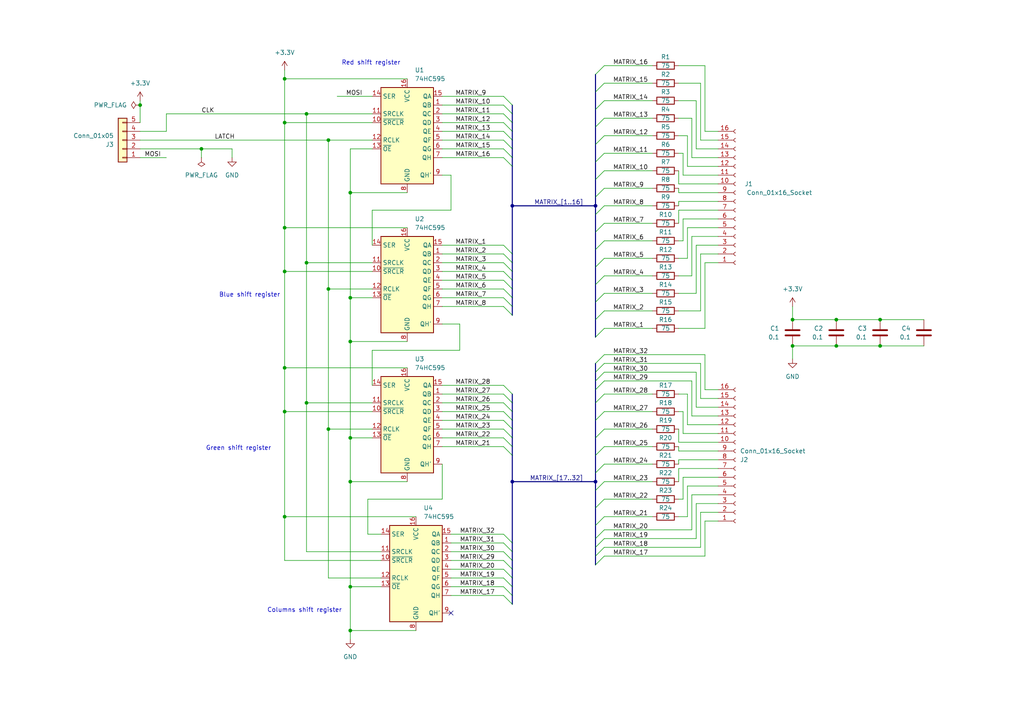
<source format=kicad_sch>
(kicad_sch (version 20231120) (generator "eeschema") (generator_version "8.0")
  (paper "A4")
  (title_block (title "RGB Matrix Board") (date "2023-12-02") (rev "v1.0") (company "Max Hosking"))
  (lib_symbols
    (symbol "74xx:74HC595"
      (property "Reference" "U" (at -7.62 13.97 0))
      (property "Value" "74HC595" (at -7.62 -16.51 0))
      (symbol "74HC595_1_0"
        (pin tri_state line (at 10.16 7.62 180) (length 2.54) (name "QB") (number "1"))
        (pin input line (at -10.16 2.54 0) (length 2.54) (name "~{SRCLR}") (number "10"))
        (pin input line (at -10.16 5.08 0) (length 2.54) (name "SRCLK") (number "11"))
        (pin input line (at -10.16 -2.54 0) (length 2.54) (name "RCLK") (number "12"))
        (pin input line (at -10.16 -5.08 0) (length 2.54) (name "~{OE}") (number "13"))
        (pin input line (at -10.16 10.16 0) (length 2.54) (name "SER") (number "14"))
        (pin tri_state line (at 10.16 10.16 180) (length 2.54) (name "QA") (number "15"))
        (pin power_in line (at 0 15.24 270) (length 2.54) (name "VCC") (number "16"))
        (pin tri_state line (at 10.16 5.08 180) (length 2.54) (name "QC") (number "2"))
        (pin tri_state line (at 10.16 2.54 180) (length 2.54) (name "QD") (number "3"))
        (pin tri_state line (at 10.16 0 180) (length 2.54) (name "QE") (number "4"))
        (pin tri_state line (at 10.16 -2.54 180) (length 2.54) (name "QF") (number "5"))
        (pin tri_state line (at 10.16 -5.08 180) (length 2.54) (name "QG") (number "6"))
        (pin tri_state line (at 10.16 -7.62 180) (length 2.54) (name "QH") (number "7"))
        (pin power_in line (at 0 -17.78 90) (length 2.54) (name "GND") (number "8"))
        (pin output line (at 10.16 -12.7 180) (length 2.54) (name "QH'") (number "9"))
      )
      (symbol "74HC595_1_1"
        (rectangle (start -7.62 12.7) (end 7.62 -15.24) (stroke (width 0.254)) (fill (type background)))
      )
    )
    (symbol "Connector:Conn_01x16_Socket" (pin_names (offset 1.016) hide)
      (property "Reference" "J" (at 0 20.32 0))
      (property "Value" "Conn_01x16_Socket" (at 0 -22.86 0))
      (symbol "Conn_01x16_Socket_1_1"
        (arc (start 0 -19.812) (mid -0.5058 -20.32) (end 0 -20.828) (stroke (width 0.1524)))
        (arc (start 0 -17.272) (mid -0.5058 -17.78) (end 0 -18.288) (stroke (width 0.1524)))
        (arc (start 0 -14.732) (mid -0.5058 -15.24) (end 0 -15.748) (stroke (width 0.1524)))
        (arc (start 0 -12.192) (mid -0.5058 -12.7) (end 0 -13.208) (stroke (width 0.1524)))
        (arc (start 0 -9.652) (mid -0.5058 -10.16) (end 0 -10.668) (stroke (width 0.1524)))
        (arc (start 0 -7.112) (mid -0.5058 -7.62) (end 0 -8.128) (stroke (width 0.1524)))
        (arc (start 0 -4.572) (mid -0.5058 -5.08) (end 0 -5.588) (stroke (width 0.1524)))
        (arc (start 0 -2.032) (mid -0.5058 -2.54) (end 0 -3.048) (stroke (width 0.1524)))
        (polyline (pts (xy -1.27 -20.32) (xy -0.508 -20.32)) (stroke (width 0.1524)))
        (polyline (pts (xy -1.27 -17.78) (xy -0.508 -17.78)) (stroke (width 0.1524)))
        (polyline (pts (xy -1.27 -15.24) (xy -0.508 -15.24)) (stroke (width 0.1524)))
        (polyline (pts (xy -1.27 -12.7) (xy -0.508 -12.7)) (stroke (width 0.1524)))
        (polyline (pts (xy -1.27 -10.16) (xy -0.508 -10.16)) (stroke (width 0.1524)))
        (polyline (pts (xy -1.27 -7.62) (xy -0.508 -7.62)) (stroke (width 0.1524)))
        (polyline (pts (xy -1.27 -5.08) (xy -0.508 -5.08)) (stroke (width 0.1524)))
        (polyline (pts (xy -1.27 -2.54) (xy -0.508 -2.54)) (stroke (width 0.1524)))
        (polyline (pts (xy -1.27 0) (xy -0.508 0)) (stroke (width 0.1524)))
        (polyline (pts (xy -1.27 2.54) (xy -0.508 2.54)) (stroke (width 0.1524)))
        (polyline (pts (xy -1.27 5.08) (xy -0.508 5.08)) (stroke (width 0.1524)))
        (polyline (pts (xy -1.27 7.62) (xy -0.508 7.62)) (stroke (width 0.1524)))
        (polyline (pts (xy -1.27 10.16) (xy -0.508 10.16)) (stroke (width 0.1524)))
        (polyline (pts (xy -1.27 12.7) (xy -0.508 12.7)) (stroke (width 0.1524)))
        (polyline (pts (xy -1.27 15.24) (xy -0.508 15.24)) (stroke (width 0.1524)))
        (polyline (pts (xy -1.27 17.78) (xy -0.508 17.78)) (stroke (width 0.1524)))
        (arc (start 0 0.508) (mid -0.5058 0) (end 0 -0.508) (stroke (width 0.1524)))
        (arc (start 0 3.048) (mid -0.5058 2.54) (end 0 2.032) (stroke (width 0.1524)))
        (arc (start 0 5.588) (mid -0.5058 5.08) (end 0 4.572) (stroke (width 0.1524)))
        (arc (start 0 8.128) (mid -0.5058 7.62) (end 0 7.112) (stroke (width 0.1524)))
        (arc (start 0 10.668) (mid -0.5058 10.16) (end 0 9.652) (stroke (width 0.1524)))
        (arc (start 0 13.208) (mid -0.5058 12.7) (end 0 12.192) (stroke (width 0.1524)))
        (arc (start 0 15.748) (mid -0.5058 15.24) (end 0 14.732) (stroke (width 0.1524)))
        (arc (start 0 18.288) (mid -0.5058 17.78) (end 0 17.272) (stroke (width 0.1524)))
        (pin passive line (at -5.08 17.78 0) (length 3.81) (name "Pin_1") (number "1"))
        (pin passive line (at -5.08 -5.08 0) (length 3.81) (name "Pin_10") (number "10"))
        (pin passive line (at -5.08 -7.62 0) (length 3.81) (name "Pin_11") (number "11"))
        (pin passive line (at -5.08 -10.16 0) (length 3.81) (name "Pin_12") (number "12"))
        (pin passive line (at -5.08 -12.7 0) (length 3.81) (name "Pin_13") (number "13"))
        (pin passive line (at -5.08 -15.24 0) (length 3.81) (name "Pin_14") (number "14"))
        (pin passive line (at -5.08 -17.78 0) (length 3.81) (name "Pin_15") (number "15"))
        (pin passive line (at -5.08 -20.32 0) (length 3.81) (name "Pin_16") (number "16"))
        (pin passive line (at -5.08 15.24 0) (length 3.81) (name "Pin_2") (number "2"))
        (pin passive line (at -5.08 12.7 0) (length 3.81) (name "Pin_3") (number "3"))
        (pin passive line (at -5.08 10.16 0) (length 3.81) (name "Pin_4") (number "4"))
        (pin passive line (at -5.08 7.62 0) (length 3.81) (name "Pin_5") (number "5"))
        (pin passive line (at -5.08 5.08 0) (length 3.81) (name "Pin_6") (number "6"))
        (pin passive line (at -5.08 2.54 0) (length 3.81) (name "Pin_7") (number "7"))
        (pin passive line (at -5.08 0 0) (length 3.81) (name "Pin_8") (number "8"))
        (pin passive line (at -5.08 -2.54 0) (length 3.81) (name "Pin_9") (number "9"))
      )
    )
    (symbol "Connector_Generic:Conn_01x05" (pin_names (offset 1.016) hide)
      (property "Reference" "J" (at 0 7.62 0))
      (property "Value" "Conn_01x05" (at 0 -7.62 0))
      (symbol "Conn_01x05_1_1"
        (rectangle (start -1.27 -4.953) (end 0 -5.207) (stroke (width 0.1524)))
        (rectangle (start -1.27 -2.413) (end 0 -2.667) (stroke (width 0.1524)))
        (rectangle (start -1.27 0.127) (end 0 -0.127) (stroke (width 0.1524)))
        (rectangle (start -1.27 2.667) (end 0 2.413) (stroke (width 0.1524)))
        (rectangle (start -1.27 5.207) (end 0 4.953) (stroke (width 0.1524)))
        (rectangle (start -1.27 6.35) (end 1.27 -6.35) (stroke (width 0.254)) (fill (type background)))
        (pin passive line (at -5.08 5.08 0) (length 3.81) (name "Pin_1") (number "1"))
        (pin passive line (at -5.08 2.54 0) (length 3.81) (name "Pin_2") (number "2"))
        (pin passive line (at -5.08 0 0) (length 3.81) (name "Pin_3") (number "3"))
        (pin passive line (at -5.08 -2.54 0) (length 3.81) (name "Pin_4") (number "4"))
        (pin passive line (at -5.08 -5.08 0) (length 3.81) (name "Pin_5") (number "5"))
      )
    )
    (symbol "Device:C" (pin_numbers hide) (pin_names (offset 0.254))
      (property "Reference" "C" (at 0.635 2.54 0))
      (property "Value" "C" (at 0.635 -2.54 0))
      (symbol "C_0_1"
        (polyline (pts (xy -2.032 -0.762) (xy 2.032 -0.762)) (stroke (width 0.508)))
        (polyline (pts (xy -2.032 0.762) (xy 2.032 0.762)) (stroke (width 0.508)))
      )
      (symbol "C_1_1"
        (pin passive line (at 0 3.81 270) (length 2.794) (name "~") (number "1"))
        (pin passive line (at 0 -3.81 90) (length 2.794) (name "~") (number "2"))
      )
    )
    (symbol "Device:R" (pin_numbers hide) (pin_names (offset 0))
      (property "Reference" "R" (at 2.032 0 90))
      (property "Value" "R" (at 0 0 90))
      (symbol "R_0_1"
        (rectangle (start -1.016 -2.54) (end 1.016 2.54) (stroke (width 0.254)))
      )
      (symbol "R_1_1"
        (pin passive line (at 0 3.81 270) (length 1.27) (name "~") (number "1"))
        (pin passive line (at 0 -3.81 90) (length 1.27) (name "~") (number "2"))
      )
    )
    (symbol "power:+3.3V" (power) (pin_names (offset 0))
      (property "Value" "+3.3V" (at 0 3.556 0))
      (symbol "+3.3V_0_1"
        (polyline (pts (xy -0.762 1.27) (xy 0 2.54)))
        (polyline (pts (xy 0 0) (xy 0 2.54)))
        (polyline (pts (xy 0 2.54) (xy 0.762 1.27)))
      )
      (symbol "+3.3V_1_1"
        (pin power_in line (at 0 0 90) (length 0) hide (name "+3.3V") (number "1"))
      )
    )
    (symbol "power:GND" (power) (pin_names (offset 0))
      (property "Value" "GND" (at 0 -3.81 0))
      (symbol "GND_0_1"
        (polyline (pts (xy 0 0) (xy 0 -1.27) (xy 1.27 -1.27) (xy 0 -2.54) (xy -1.27 -1.27) (xy 0 -1.27)))
      )
      (symbol "GND_1_1"
        (pin power_in line (at 0 0 270) (length 0) hide (name "GND") (number "1"))
      )
    )
    (symbol "power:PWR_FLAG" (power) (pin_numbers hide) (pin_names (offset 0) hide)
      (property "Value" "PWR_FLAG" (at 0 3.81 0))
      (symbol "PWR_FLAG_0_0"
        (pin power_out line (at 0 0 90) (length 0) (name "pwr") (number "1"))
      )
      (symbol "PWR_FLAG_0_1"
        (polyline (pts (xy 0 0) (xy 0 1.27) (xy -1.016 1.905) (xy 0 2.54) (xy 1.016 1.905) (xy 0 1.27)))
      )
    )
  )
  (junction (at 229.87 100.33))
  (junction (at 255.27 100.33))
  (junction (at 101.6 139.7))
  (junction (at 242.57 100.33))
  (junction (at 82.55 66.04))
  (junction (at 82.55 78.74))
  (junction (at 88.9 33.02))
  (junction (at 101.6 127))
  (junction (at 95.25 124.46))
  (junction (at 95.25 83.82))
  (junction (at 40.64 30.48))
  (junction (at 82.55 35.56))
  (junction (at 172.72 139.7))
  (junction (at 82.55 149.86))
  (junction (at 101.6 170.18))
  (junction (at 82.55 119.38))
  (junction (at 82.55 22.86))
  (junction (at 95.25 40.64))
  (junction (at 172.72 59.69))
  (junction (at 255.27 92.71))
  (junction (at 148.59 139.7))
  (junction (at 148.59 59.69))
  (junction (at 101.6 99.06))
  (junction (at 88.9 116.84))
  (junction (at 82.55 106.68))
  (junction (at 58.42 43.18))
  (junction (at 101.6 55.88))
  (junction (at 101.6 182.88))
  (junction (at 242.57 92.71))
  (junction (at 101.6 86.36))
  (junction (at 88.9 76.2))
  (junction (at 229.87 92.71))
  (no_connect (at 130.81 177.8))
  (bus_entry (at 172.72 87.63) (size 2.54 -2.54))
  (bus_entry (at 146.05 81.28) (size 2.54 2.54))
  (bus_entry (at 172.72 132.08) (size 2.54 -2.54))
  (bus_entry (at 146.05 121.92) (size 2.54 2.54))
  (bus_entry (at 172.72 92.71) (size 2.54 -2.54))
  (bus_entry (at 146.05 33.02) (size 2.54 2.54))
  (bus_entry (at 146.05 45.72) (size 2.54 2.54))
  (bus_entry (at 146.05 71.12) (size 2.54 2.54))
  (bus_entry (at 172.72 121.92) (size 2.54 -2.54))
  (bus_entry (at 146.05 165.1) (size 2.54 2.54))
  (bus_entry (at 172.72 41.91) (size 2.54 -2.54))
  (bus_entry (at 172.72 105.41) (size 2.54 -2.54))
  (bus_entry (at 146.05 119.38) (size 2.54 2.54))
  (bus_entry (at 172.72 161.29) (size 2.54 -2.54))
  (bus_entry (at 172.72 107.95) (size 2.54 -2.54))
  (bus_entry (at 146.05 129.54) (size 2.54 2.54))
  (bus_entry (at 146.05 127) (size 2.54 2.54))
  (bus_entry (at 146.05 35.56) (size 2.54 2.54))
  (bus_entry (at 146.05 83.82) (size 2.54 2.54))
  (bus_entry (at 146.05 172.72) (size 2.54 2.54))
  (bus_entry (at 146.05 30.48) (size 2.54 2.54))
  (bus_entry (at 146.05 73.66) (size 2.54 2.54))
  (bus_entry (at 172.72 116.84) (size 2.54 -2.54))
  (bus_entry (at 172.72 147.32) (size 2.54 -2.54))
  (bus_entry (at 172.72 67.31) (size 2.54 -2.54))
  (bus_entry (at 146.05 160.02) (size 2.54 2.54))
  (bus_entry (at 146.05 27.94) (size 2.54 2.54))
  (bus_entry (at 146.05 170.18) (size 2.54 2.54))
  (bus_entry (at 172.72 31.75) (size 2.54 -2.54))
  (bus_entry (at 172.72 158.75) (size 2.54 -2.54))
  (bus_entry (at 172.72 77.47) (size 2.54 -2.54))
  (bus_entry (at 146.05 114.3) (size 2.54 2.54))
  (bus_entry (at 172.72 110.49) (size 2.54 -2.54))
  (bus_entry (at 146.05 43.18) (size 2.54 2.54))
  (bus_entry (at 172.72 82.55) (size 2.54 -2.54))
  (bus_entry (at 172.72 26.67) (size 2.54 -2.54))
  (bus_entry (at 172.72 113.03) (size 2.54 -2.54))
  (bus_entry (at 172.72 127) (size 2.54 -2.54))
  (bus_entry (at 172.72 72.39) (size 2.54 -2.54))
  (bus_entry (at 146.05 38.1) (size 2.54 2.54))
  (bus_entry (at 146.05 167.64) (size 2.54 2.54))
  (bus_entry (at 172.72 46.99) (size 2.54 -2.54))
  (bus_entry (at 172.72 97.79) (size 2.54 -2.54))
  (bus_entry (at 172.72 57.15) (size 2.54 -2.54))
  (bus_entry (at 146.05 40.64) (size 2.54 2.54))
  (bus_entry (at 146.05 88.9) (size 2.54 2.54))
  (bus_entry (at 172.72 52.07) (size 2.54 -2.54))
  (bus_entry (at 146.05 111.76) (size 2.54 2.54))
  (bus_entry (at 172.72 156.21) (size 2.54 -2.54))
  (bus_entry (at 172.72 142.24) (size 2.54 -2.54))
  (bus_entry (at 172.72 137.16) (size 2.54 -2.54))
  (bus_entry (at 172.72 36.83) (size 2.54 -2.54))
  (bus_entry (at 146.05 78.74) (size 2.54 2.54))
  (bus_entry (at 146.05 76.2) (size 2.54 2.54))
  (bus_entry (at 146.05 154.94) (size 2.54 2.54))
  (bus_entry (at 146.05 86.36) (size 2.54 2.54))
  (bus_entry (at 146.05 124.46) (size 2.54 2.54))
  (bus_entry (at 146.05 157.48) (size 2.54 2.54))
  (bus_entry (at 146.05 116.84) (size 2.54 2.54))
  (bus_entry (at 172.72 163.83) (size 2.54 -2.54))
  (bus_entry (at 172.72 21.59) (size 2.54 -2.54))
  (bus_entry (at 146.05 162.56) (size 2.54 2.54))
  (bus_entry (at 172.72 62.23) (size 2.54 -2.54))
  (bus_entry (at 172.72 152.4) (size 2.54 -2.54))
  (bus (pts (xy 148.59 33.02) (xy 148.59 35.56)))
  (wire (pts (xy 208.28 55.88) (xy 196.85 55.88)))
  (wire (pts (xy 82.55 149.86) (xy 120.65 149.86)))
  (bus (pts (xy 172.72 142.24) (xy 172.72 147.32)))
  (wire (pts (xy 204.47 113.03) (xy 208.28 113.03)))
  (bus (pts (xy 172.72 62.23) (xy 172.72 67.31)))
  (wire (pts (xy 128.27 45.72) (xy 146.05 45.72)))
  (wire (pts (xy 88.9 76.2) (xy 88.9 116.84)))
  (wire (pts (xy 199.39 74.93) (xy 196.85 74.93)))
  (bus (pts (xy 148.59 167.64) (xy 148.59 170.18)))
  (wire (pts (xy 101.6 55.88) (xy 118.11 55.88)))
  (bus (pts (xy 148.59 160.02) (xy 148.59 162.56)))
  (wire (pts (xy 199.39 66.04) (xy 199.39 74.93)))
  (wire (pts (xy 128.27 81.28) (xy 146.05 81.28)))
  (wire (pts (xy 199.39 39.37) (xy 196.85 39.37)))
  (bus (pts (xy 172.72 21.59) (xy 172.72 26.67)))
  (wire (pts (xy 201.93 71.12) (xy 201.93 85.09)))
  (wire (pts (xy 106.68 154.94) (xy 110.49 154.94)))
  (bus (pts (xy 172.72 57.15) (xy 172.72 59.69)))
  (wire (pts (xy 82.55 78.74) (xy 82.55 106.68)))
  (wire (pts (xy 101.6 43.18) (xy 101.6 55.88)))
  (bus (pts (xy 172.72 36.83) (xy 172.72 41.91)))
  (wire (pts (xy 130.81 172.72) (xy 146.05 172.72)))
  (wire (pts (xy 208.28 138.43) (xy 198.12 138.43)))
  (wire (pts (xy 204.47 19.05) (xy 204.47 38.1)))
  (wire (pts (xy 208.28 63.5) (xy 198.12 63.5)))
  (bus (pts (xy 172.72 77.47) (xy 172.72 82.55)))
  (wire (pts (xy 189.23 69.85) (xy 175.26 69.85)))
  (wire (pts (xy 128.27 35.56) (xy 146.05 35.56)))
  (wire (pts (xy 199.39 140.97) (xy 199.39 149.86)))
  (wire (pts (xy 40.64 40.64) (xy 95.25 40.64)))
  (wire (pts (xy 130.81 50.8) (xy 128.27 50.8)))
  (wire (pts (xy 208.28 133.35) (xy 196.85 133.35)))
  (wire (pts (xy 101.6 99.06) (xy 118.11 99.06)))
  (wire (pts (xy 48.26 33.02) (xy 48.26 38.1)))
  (wire (pts (xy 175.26 158.75) (xy 203.2 158.75)))
  (wire (pts (xy 204.47 38.1) (xy 208.28 38.1)))
  (wire (pts (xy 101.6 185.42) (xy 101.6 182.88)))
  (wire (pts (xy 200.66 68.58) (xy 200.66 80.01)))
  (wire (pts (xy 196.85 60.96) (xy 196.85 64.77)))
  (wire (pts (xy 208.28 45.72) (xy 200.66 45.72)))
  (bus (pts (xy 148.59 172.72) (xy 148.59 175.26)))
  (wire (pts (xy 175.26 161.29) (xy 204.47 161.29)))
  (wire (pts (xy 196.85 130.81) (xy 196.85 129.54)))
  (wire (pts (xy 201.93 146.05) (xy 201.93 156.21)))
  (wire (pts (xy 128.27 134.62) (xy 128.27 144.78)))
  (wire (pts (xy 201.93 118.11) (xy 201.93 107.95)))
  (wire (pts (xy 128.27 144.78) (xy 106.68 144.78)))
  (wire (pts (xy 82.55 66.04) (xy 118.11 66.04)))
  (wire (pts (xy 175.26 156.21) (xy 201.93 156.21)))
  (wire (pts (xy 198.12 125.73) (xy 198.12 119.38)))
  (wire (pts (xy 128.27 124.46) (xy 146.05 124.46)))
  (wire (pts (xy 67.31 43.18) (xy 67.31 45.72)))
  (wire (pts (xy 200.66 110.49) (xy 200.66 120.65)))
  (wire (pts (xy 128.27 40.64) (xy 146.05 40.64)))
  (wire (pts (xy 88.9 116.84) (xy 107.95 116.84)))
  (wire (pts (xy 97.79 27.94) (xy 107.95 27.94)))
  (wire (pts (xy 82.55 119.38) (xy 107.95 119.38)))
  (wire (pts (xy 128.27 119.38) (xy 146.05 119.38)))
  (wire (pts (xy 198.12 44.45) (xy 196.85 44.45)))
  (bus (pts (xy 172.72 132.08) (xy 172.72 137.16)))
  (wire (pts (xy 58.42 43.18) (xy 67.31 43.18)))
  (wire (pts (xy 130.81 60.96) (xy 130.81 50.8)))
  (wire (pts (xy 189.23 44.45) (xy 175.26 44.45)))
  (wire (pts (xy 229.87 88.9) (xy 229.87 92.71)))
  (bus (pts (xy 148.59 139.7) (xy 148.59 157.48)))
  (wire (pts (xy 128.27 88.9) (xy 146.05 88.9)))
  (wire (pts (xy 208.28 66.04) (xy 199.39 66.04)))
  (bus (pts (xy 148.59 40.64) (xy 148.59 43.18)))
  (wire (pts (xy 204.47 95.25) (xy 204.47 76.2)))
  (wire (pts (xy 95.25 83.82) (xy 107.95 83.82)))
  (wire (pts (xy 175.26 110.49) (xy 200.66 110.49)))
  (wire (pts (xy 208.28 140.97) (xy 199.39 140.97)))
  (bus (pts (xy 172.72 116.84) (xy 172.72 121.92)))
  (bus (pts (xy 148.59 76.2) (xy 148.59 78.74)))
  (wire (pts (xy 82.55 78.74) (xy 107.95 78.74)))
  (wire (pts (xy 110.49 160.02) (xy 88.9 160.02)))
  (wire (pts (xy 101.6 139.7) (xy 118.11 139.7)))
  (wire (pts (xy 130.81 160.02) (xy 146.05 160.02)))
  (bus (pts (xy 172.72 113.03) (xy 172.72 116.84)))
  (wire (pts (xy 130.81 165.1) (xy 146.05 165.1)))
  (wire (pts (xy 204.47 76.2) (xy 208.28 76.2)))
  (wire (pts (xy 196.85 133.35) (xy 196.85 134.62)))
  (wire (pts (xy 101.6 127) (xy 107.95 127)))
  (wire (pts (xy 82.55 35.56) (xy 82.55 66.04)))
  (wire (pts (xy 229.87 92.71) (xy 242.57 92.71)))
  (wire (pts (xy 82.55 149.86) (xy 82.55 162.56)))
  (wire (pts (xy 203.2 73.66) (xy 203.2 90.17)))
  (wire (pts (xy 95.25 40.64) (xy 95.25 83.82)))
  (wire (pts (xy 229.87 100.33) (xy 242.57 100.33)))
  (bus (pts (xy 148.59 116.84) (xy 148.59 119.38)))
  (wire (pts (xy 175.26 34.29) (xy 189.23 34.29)))
  (bus (pts (xy 148.59 88.9) (xy 148.59 91.44)))
  (wire (pts (xy 203.2 90.17) (xy 196.85 90.17)))
  (wire (pts (xy 196.85 58.42) (xy 196.85 59.69)))
  (wire (pts (xy 198.12 69.85) (xy 196.85 69.85)))
  (bus (pts (xy 148.59 38.1) (xy 148.59 40.64)))
  (wire (pts (xy 107.95 43.18) (xy 101.6 43.18)))
  (bus (pts (xy 172.72 87.63) (xy 172.72 92.71)))
  (wire (pts (xy 201.93 85.09) (xy 196.85 85.09)))
  (wire (pts (xy 200.66 45.72) (xy 200.66 34.29)))
  (wire (pts (xy 82.55 162.56) (xy 110.49 162.56)))
  (wire (pts (xy 198.12 50.8) (xy 208.28 50.8)))
  (wire (pts (xy 128.27 83.82) (xy 146.05 83.82)))
  (wire (pts (xy 196.85 53.34) (xy 196.85 49.53)))
  (bus (pts (xy 148.59 35.56) (xy 148.59 38.1)))
  (wire (pts (xy 208.28 53.34) (xy 196.85 53.34)))
  (bus (pts (xy 172.72 137.16) (xy 172.72 139.7)))
  (wire (pts (xy 107.95 35.56) (xy 82.55 35.56)))
  (bus (pts (xy 172.72 127) (xy 172.72 132.08)))
  (wire (pts (xy 208.28 120.65) (xy 200.66 120.65)))
  (bus (pts (xy 148.59 114.3) (xy 148.59 116.84)))
  (wire (pts (xy 175.26 54.61) (xy 189.23 54.61)))
  (wire (pts (xy 106.68 154.94) (xy 106.68 144.78)))
  (bus (pts (xy 148.59 86.36) (xy 148.59 88.9)))
  (bus (pts (xy 148.59 165.1) (xy 148.59 167.64)))
  (wire (pts (xy 95.25 83.82) (xy 95.25 124.46)))
  (bus (pts (xy 148.59 121.92) (xy 148.59 124.46)))
  (wire (pts (xy 175.26 124.46) (xy 189.23 124.46)))
  (bus (pts (xy 172.72 110.49) (xy 172.72 113.03)))
  (wire (pts (xy 175.26 19.05) (xy 189.23 19.05)))
  (wire (pts (xy 58.42 43.18) (xy 58.42 45.72)))
  (wire (pts (xy 82.55 22.86) (xy 82.55 35.56)))
  (wire (pts (xy 242.57 100.33) (xy 255.27 100.33)))
  (wire (pts (xy 82.55 20.32) (xy 82.55 22.86)))
  (wire (pts (xy 201.93 118.11) (xy 208.28 118.11)))
  (wire (pts (xy 40.64 35.56) (xy 40.64 30.48)))
  (wire (pts (xy 133.35 93.98) (xy 133.35 101.6)))
  (wire (pts (xy 200.66 80.01) (xy 196.85 80.01)))
  (wire (pts (xy 128.27 121.92) (xy 146.05 121.92)))
  (wire (pts (xy 229.87 100.33) (xy 229.87 104.14)))
  (bus (pts (xy 172.72 105.41) (xy 172.72 107.95)))
  (wire (pts (xy 175.26 80.01) (xy 189.23 80.01)))
  (wire (pts (xy 208.28 71.12) (xy 201.93 71.12)))
  (bus (pts (xy 172.72 92.71) (xy 172.72 97.79)))
  (wire (pts (xy 175.26 107.95) (xy 201.93 107.95)))
  (wire (pts (xy 196.85 130.81) (xy 208.28 130.81)))
  (bus (pts (xy 172.72 121.92) (xy 172.72 127)))
  (wire (pts (xy 199.39 149.86) (xy 196.85 149.86)))
  (wire (pts (xy 128.27 73.66) (xy 146.05 73.66)))
  (wire (pts (xy 107.95 101.6) (xy 107.95 111.76)))
  (bus (pts (xy 148.59 59.69) (xy 172.72 59.69)))
  (wire (pts (xy 130.81 157.48) (xy 146.05 157.48)))
  (wire (pts (xy 175.26 153.67) (xy 200.66 153.67)))
  (bus (pts (xy 172.72 46.99) (xy 172.72 52.07)))
  (wire (pts (xy 128.27 27.94) (xy 146.05 27.94)))
  (wire (pts (xy 82.55 66.04) (xy 82.55 78.74)))
  (wire (pts (xy 175.26 144.78) (xy 189.23 144.78)))
  (wire (pts (xy 101.6 86.36) (xy 101.6 55.88)))
  (wire (pts (xy 101.6 127) (xy 101.6 99.06)))
  (wire (pts (xy 130.81 167.64) (xy 146.05 167.64)))
  (wire (pts (xy 128.27 78.74) (xy 146.05 78.74)))
  (wire (pts (xy 198.12 138.43) (xy 198.12 144.78)))
  (wire (pts (xy 40.64 45.72) (xy 48.26 45.72)))
  (wire (pts (xy 203.2 24.13) (xy 203.2 40.64)))
  (bus (pts (xy 172.72 156.21) (xy 172.72 158.75)))
  (wire (pts (xy 208.28 135.89) (xy 196.85 135.89)))
  (wire (pts (xy 107.95 60.96) (xy 130.81 60.96)))
  (wire (pts (xy 128.27 116.84) (xy 146.05 116.84)))
  (wire (pts (xy 208.28 68.58) (xy 200.66 68.58)))
  (wire (pts (xy 120.65 182.88) (xy 101.6 182.88)))
  (wire (pts (xy 175.26 24.13) (xy 189.23 24.13)))
  (bus (pts (xy 148.59 129.54) (xy 148.59 132.08)))
  (wire (pts (xy 101.6 99.06) (xy 101.6 86.36)))
  (wire (pts (xy 201.93 146.05) (xy 208.28 146.05)))
  (wire (pts (xy 208.28 73.66) (xy 203.2 73.66)))
  (bus (pts (xy 172.72 82.55) (xy 172.72 87.63)))
  (wire (pts (xy 204.47 113.03) (xy 204.47 102.87)))
  (bus (pts (xy 148.59 81.28) (xy 148.59 83.82)))
  (wire (pts (xy 208.28 128.27) (xy 196.85 128.27)))
  (wire (pts (xy 128.27 71.12) (xy 146.05 71.12)))
  (wire (pts (xy 107.95 71.12) (xy 107.95 60.96)))
  (wire (pts (xy 189.23 134.62) (xy 175.26 134.62)))
  (wire (pts (xy 203.2 40.64) (xy 208.28 40.64)))
  (wire (pts (xy 175.26 105.41) (xy 203.2 105.41)))
  (wire (pts (xy 128.27 38.1) (xy 146.05 38.1)))
  (wire (pts (xy 128.27 127) (xy 146.05 127)))
  (wire (pts (xy 198.12 144.78) (xy 196.85 144.78)))
  (wire (pts (xy 40.64 30.48) (xy 40.64 29.21)))
  (wire (pts (xy 175.26 85.09) (xy 189.23 85.09)))
  (wire (pts (xy 255.27 92.71) (xy 267.97 92.71)))
  (bus (pts (xy 148.59 59.69) (xy 148.59 73.66)))
  (wire (pts (xy 128.27 129.54) (xy 146.05 129.54)))
  (wire (pts (xy 175.26 39.37) (xy 189.23 39.37)))
  (wire (pts (xy 198.12 50.8) (xy 198.12 44.45)))
  (wire (pts (xy 82.55 106.68) (xy 118.11 106.68)))
  (wire (pts (xy 175.26 74.93) (xy 189.23 74.93)))
  (bus (pts (xy 148.59 157.48) (xy 148.59 160.02)))
  (wire (pts (xy 82.55 106.68) (xy 82.55 119.38)))
  (wire (pts (xy 208.28 125.73) (xy 198.12 125.73)))
  (wire (pts (xy 175.26 59.69) (xy 189.23 59.69)))
  (bus (pts (xy 172.72 31.75) (xy 172.72 36.83)))
  (wire (pts (xy 198.12 119.38) (xy 196.85 119.38)))
  (bus (pts (xy 172.72 72.39) (xy 172.72 77.47)))
  (wire (pts (xy 107.95 86.36) (xy 101.6 86.36)))
  (wire (pts (xy 204.47 151.13) (xy 208.28 151.13)))
  (bus (pts (xy 148.59 73.66) (xy 148.59 76.2)))
  (wire (pts (xy 175.26 119.38) (xy 189.23 119.38)))
  (wire (pts (xy 196.85 128.27) (xy 196.85 124.46)))
  (bus (pts (xy 172.72 152.4) (xy 172.72 156.21)))
  (wire (pts (xy 208.28 58.42) (xy 196.85 58.42)))
  (bus (pts (xy 148.59 124.46) (xy 148.59 127)))
  (wire (pts (xy 130.81 154.94) (xy 146.05 154.94)))
  (wire (pts (xy 107.95 40.64) (xy 95.25 40.64)))
  (bus (pts (xy 148.59 127) (xy 148.59 129.54)))
  (wire (pts (xy 128.27 76.2) (xy 146.05 76.2)))
  (wire (pts (xy 196.85 29.21) (xy 201.93 29.21)))
  (wire (pts (xy 107.95 33.02) (xy 88.9 33.02)))
  (wire (pts (xy 175.26 114.3) (xy 189.23 114.3)))
  (wire (pts (xy 118.11 22.86) (xy 82.55 22.86)))
  (wire (pts (xy 208.28 60.96) (xy 196.85 60.96)))
  (wire (pts (xy 196.85 95.25) (xy 204.47 95.25)))
  (bus (pts (xy 148.59 162.56) (xy 148.59 165.1)))
  (bus (pts (xy 148.59 83.82) (xy 148.59 86.36)))
  (wire (pts (xy 203.2 115.57) (xy 208.28 115.57)))
  (wire (pts (xy 203.2 148.59) (xy 208.28 148.59)))
  (wire (pts (xy 88.9 116.84) (xy 88.9 160.02)))
  (wire (pts (xy 110.49 170.18) (xy 101.6 170.18)))
  (wire (pts (xy 40.64 43.18) (xy 58.42 43.18)))
  (wire (pts (xy 175.26 49.53) (xy 189.23 49.53)))
  (wire (pts (xy 199.39 114.3) (xy 196.85 114.3)))
  (wire (pts (xy 201.93 43.18) (xy 201.93 29.21)))
  (wire (pts (xy 48.26 38.1) (xy 40.64 38.1)))
  (wire (pts (xy 200.66 143.51) (xy 208.28 143.51)))
  (wire (pts (xy 101.6 170.18) (xy 101.6 182.88)))
  (wire (pts (xy 196.85 55.88) (xy 196.85 54.61)))
  (wire (pts (xy 198.12 63.5) (xy 198.12 69.85)))
  (bus (pts (xy 172.72 67.31) (xy 172.72 72.39)))
  (bus (pts (xy 172.72 107.95) (xy 172.72 110.49)))
  (wire (pts (xy 196.85 24.13) (xy 203.2 24.13)))
  (wire (pts (xy 200.66 34.29) (xy 196.85 34.29)))
  (wire (pts (xy 175.26 149.86) (xy 189.23 149.86)))
  (wire (pts (xy 175.26 90.17) (xy 189.23 90.17)))
  (bus (pts (xy 172.72 59.69) (xy 172.72 62.23)))
  (wire (pts (xy 88.9 33.02) (xy 48.26 33.02)))
  (wire (pts (xy 204.47 151.13) (xy 204.47 161.29)))
  (wire (pts (xy 199.39 123.19) (xy 199.39 114.3)))
  (bus (pts (xy 148.59 45.72) (xy 148.59 48.26)))
  (wire (pts (xy 128.27 33.02) (xy 146.05 33.02)))
  (wire (pts (xy 128.27 114.3) (xy 146.05 114.3)))
  (wire (pts (xy 203.2 115.57) (xy 203.2 105.41)))
  (bus (pts (xy 148.59 30.48) (xy 148.59 33.02)))
  (wire (pts (xy 82.55 119.38) (xy 82.55 149.86)))
  (bus (pts (xy 172.72 161.29) (xy 172.72 163.83)))
  (wire (pts (xy 208.28 48.26) (xy 199.39 48.26)))
  (wire (pts (xy 130.81 170.18) (xy 146.05 170.18)))
  (wire (pts (xy 175.26 129.54) (xy 189.23 129.54)))
  (wire (pts (xy 128.27 43.18) (xy 146.05 43.18)))
  (bus (pts (xy 172.72 26.67) (xy 172.72 31.75)))
  (wire (pts (xy 175.26 102.87) (xy 204.47 102.87)))
  (bus (pts (xy 148.59 132.08) (xy 148.59 139.7)))
  (bus (pts (xy 172.72 147.32) (xy 172.72 152.4)))
  (wire (pts (xy 200.66 143.51) (xy 200.66 153.67)))
  (wire (pts (xy 133.35 101.6) (xy 107.95 101.6)))
  (wire (pts (xy 208.28 123.19) (xy 199.39 123.19)))
  (bus (pts (xy 172.72 139.7) (xy 172.72 142.24)))
  (wire (pts (xy 196.85 135.89) (xy 196.85 139.7)))
  (wire (pts (xy 95.25 124.46) (xy 95.25 167.64)))
  (wire (pts (xy 101.6 139.7) (xy 101.6 127)))
  (bus (pts (xy 172.72 158.75) (xy 172.72 161.29)))
  (wire (pts (xy 242.57 92.71) (xy 255.27 92.71)))
  (bus (pts (xy 148.59 170.18) (xy 148.59 172.72)))
  (bus (pts (xy 148.59 139.7) (xy 172.72 139.7)))
  (wire (pts (xy 199.39 48.26) (xy 199.39 39.37)))
  (wire (pts (xy 95.25 124.46) (xy 107.95 124.46)))
  (wire (pts (xy 175.26 29.21) (xy 189.23 29.21)))
  (wire (pts (xy 88.9 33.02) (xy 88.9 76.2)))
  (wire (pts (xy 88.9 76.2) (xy 107.95 76.2)))
  (bus (pts (xy 172.72 52.07) (xy 172.72 57.15)))
  (wire (pts (xy 255.27 100.33) (xy 267.97 100.33)))
  (wire (pts (xy 101.6 170.18) (xy 101.6 139.7)))
  (wire (pts (xy 175.26 64.77) (xy 189.23 64.77)))
  (wire (pts (xy 128.27 86.36) (xy 146.05 86.36)))
  (wire (pts (xy 203.2 148.59) (xy 203.2 158.75)))
  (wire (pts (xy 175.26 139.7) (xy 189.23 139.7)))
  (wire (pts (xy 175.26 95.25) (xy 189.23 95.25)))
  (wire (pts (xy 196.85 19.05) (xy 204.47 19.05)))
  (bus (pts (xy 148.59 48.26) (xy 148.59 59.69)))
  (wire (pts (xy 130.81 162.56) (xy 146.05 162.56)))
  (wire (pts (xy 128.27 111.76) (xy 146.05 111.76)))
  (bus (pts (xy 172.72 41.91) (xy 172.72 46.99)))
  (wire (pts (xy 208.28 43.18) (xy 201.93 43.18)))
  (wire (pts (xy 128.27 30.48) (xy 146.05 30.48)))
  (bus (pts (xy 148.59 43.18) (xy 148.59 45.72)))
  (bus (pts (xy 148.59 78.74) (xy 148.59 81.28)))
  (bus (pts (xy 148.59 119.38) (xy 148.59 121.92)))
  (wire (pts (xy 128.27 93.98) (xy 133.35 93.98)))
  (wire (pts (xy 110.49 167.64) (xy 95.25 167.64)))
  (text "Green shift register" (at 59.69 130.81 0) (effects (font (size 1.27 1.27)) (justify left bottom)))
  (text "Columns shift register" (at 77.47 177.8 0) (effects (font (size 1.27 1.27)) (justify left bottom)))
  (text "Blue shift register" (at 63.5 86.36 0) (effects (font (size 1.27 1.27)) (justify left bottom)))
  (text "Red shift register" (at 99.06 19.05 0) (effects (font (size 1.27 1.27)) (justify left bottom)))
  (label "MATRIX_30" (at 177.8 107.95 0))
  (label "MATRIX_1" (at 132.08 71.12 0))
  (label "MATRIX_4" (at 177.8 80.01 0))
  (label "MATRIX_20" (at 177.8 153.67 0))
  (label "MATRIX_16" (at 177.8 19.05 0))
  (label "MATRIX_9" (at 132.08 27.94 0))
  (label "MATRIX_17" (at 177.8 161.29 0))
  (label "MATRIX_7" (at 132.08 86.36 0))
  (label "CLK" (at 58.42 33.02 0))
  (label "MATRIX_2" (at 132.08 73.66 0))
  (label "MATRIX_3" (at 132.08 76.2 0))
  (label "MATRIX_27" (at 177.8 119.38 0))
  (label "MATRIX_27" (at 132.08 114.3 0))
  (label "MATRIX_[1..16]" (at 154.94 59.69 0))
  (label "MATRIX_14" (at 177.8 29.21 0))
  (label "MATRIX_15" (at 177.8 24.13 0))
  (label "MATRIX_14" (at 132.08 40.64 0))
  (label "MATRIX_30" (at 133.35 160.02 0))
  (label "MATRIX_1" (at 177.8 95.25 0))
  (label "MATRIX_20" (at 133.35 165.1 0))
  (label "MATRIX_22" (at 177.8 144.78 0))
  (label "MATRIX_6" (at 132.08 83.82 0))
  (label "MATRIX_28" (at 177.8 114.3 0))
  (label "MATRIX_6" (at 177.8 69.85 0))
  (label "MATRIX_13" (at 177.8 34.29 0))
  (label "MATRIX_29" (at 177.8 110.49 0))
  (label "MATRIX_21" (at 177.8 149.86 0))
  (label "MATRIX_19" (at 133.35 167.64 0))
  (label "MATRIX_18" (at 177.8 158.75 0))
  (label "MATRIX_[17..32]" (at 153.67 139.7 0))
  (label "MATRIX_32" (at 177.8 102.87 0))
  (label "MATRIX_16" (at 132.08 45.72 0))
  (label "MATRIX_31" (at 133.35 157.48 0))
  (label "MATRIX_2" (at 177.8 90.17 0))
  (label "MATRIX_17" (at 133.35 172.72 0))
  (label "MATRIX_8" (at 132.08 88.9 0))
  (label "MATRIX_12" (at 132.08 35.56 0))
  (label "MOSI" (at 100.33 27.94 0))
  (label "MATRIX_7" (at 177.8 64.77 0))
  (label "MATRIX_26" (at 132.08 116.84 0))
  (label "MATRIX_31" (at 177.8 105.41 0))
  (label "MATRIX_9" (at 177.8 54.61 0))
  (label "MATRIX_10" (at 177.8 49.53 0))
  (label "MATRIX_12" (at 177.8 39.37 0))
  (label "MATRIX_11" (at 177.8 44.45 0))
  (label "MATRIX_10" (at 132.08 30.48 0))
  (label "MATRIX_23" (at 177.8 139.7 0))
  (label "MATRIX_26" (at 177.8 124.46 0))
  (label "MATRIX_15" (at 132.08 43.18 0))
  (label "MATRIX_11" (at 132.08 33.02 0))
  (label "MATRIX_25" (at 132.08 119.38 0))
  (label "MATRIX_3" (at 177.8 85.09 0))
  (label "MATRIX_29" (at 133.35 162.56 0))
  (label "MOSI" (at 41.91 45.72 0))
  (label "MATRIX_21" (at 132.08 129.54 0))
  (label "MATRIX_22" (at 132.08 127 0))
  (label "MATRIX_32" (at 133.35 154.94 0))
  (label "MATRIX_24" (at 132.08 121.92 0))
  (label "MATRIX_23" (at 132.08 124.46 0))
  (label "MATRIX_18" (at 133.35 170.18 0))
  (label "MATRIX_5" (at 177.8 74.93 0))
  (label "MATRIX_24" (at 177.8 134.62 0))
  (label "MATRIX_8" (at 177.8 59.69 0))
  (label "MATRIX_28" (at 132.08 111.76 0))
  (label "LATCH" (at 62.23 40.64 0))
  (label "MATRIX_5" (at 132.08 81.28 0))
  (label "MATRIX_13" (at 132.08 38.1 0))
  (label "MATRIX_4" (at 132.08 78.74 0))
  (label "MATRIX_25" (at 177.8 129.54 0))
  (label "MATRIX_19" (at 177.8 156.21 0))
  (symbol (lib_id "Device:R") (at 193.04 74.93 90) (unit 1)
    (property "Reference" "R12" (at 193.04 72.39 90))
    (property "Value" "75" (at 193.04 74.93 90))
    (property "Footprint" "Resistor_THT:R_Axial_DIN0207_L6.3mm_D2.5mm_P7.62mm_Horizontal" (effects (hide yes)))
  )
  (symbol (lib_id "Device:R") (at 193.04 64.77 90) (unit 1)
    (property "Reference" "R10" (at 193.04 62.23 90))
    (property "Value" "75" (at 193.04 64.77 90))
    (property "Footprint" "Resistor_THT:R_Axial_DIN0207_L6.3mm_D2.5mm_P7.62mm_Horizontal" (effects (hide yes)))
  )
  (symbol (lib_id "Device:R") (at 193.04 24.13 90) (unit 1)
    (property "Reference" "R2" (at 193.04 21.59 90))
    (property "Value" "75" (at 193.04 24.13 90))
    (property "Footprint" "Resistor_THT:R_Axial_DIN0207_L6.3mm_D2.5mm_P7.62mm_Horizontal" (effects (hide yes)))
  )
  (symbol (lib_id "74xx:74HC595") (at 118.11 81.28 0) (unit 1)
    (property "Reference" "U2" (at 120.3041 63.5 0) (effects (justify left)))
    (property "Value" "74HC595" (at 120.3041 66.04 0) (effects (justify left)))
    (property "Footprint" "Package_DIP:DIP-16_W7.62mm" (effects (hide yes)))
    (property "Datasheet" "http://www.ti.com/lit/ds/symlink/sn74hc595.pdf" (effects (hide yes)))
  )
  (symbol (lib_id "Device:R") (at 193.04 149.86 90) (unit 1)
    (property "Reference" "R24" (at 193.04 147.32 90))
    (property "Value" "75" (at 193.04 149.86 90))
    (property "Footprint" "Resistor_THT:R_Axial_DIN0207_L6.3mm_D2.5mm_P7.62mm_Horizontal" (effects (hide yes)))
  )
  (symbol (lib_id "Connector:Conn_01x16_Socket") (at 213.36 133.35 0) (mirror x) (unit 1)
    (property "Reference" "J2" (at 214.63 133.35 0) (effects (justify left)))
    (property "Value" "Conn_01x16_Socket" (at 214.63 130.81 0) (effects (justify left)))
    (property "Footprint" "Connector_PinSocket_2.54mm:PinSocket_1x16_P2.54mm_Vertical" (effects (hide yes)))
  )
  (symbol (lib_id "Device:R") (at 193.04 19.05 90) (unit 1)
    (property "Reference" "R1" (at 193.04 16.51 90))
    (property "Value" "75" (at 193.04 19.05 90))
    (property "Footprint" "Resistor_THT:R_Axial_DIN0207_L6.3mm_D2.5mm_P7.62mm_Horizontal" (effects (hide yes)))
  )
  (symbol (lib_id "Device:R") (at 193.04 29.21 90) (unit 1)
    (property "Reference" "R3" (at 193.04 26.67 90))
    (property "Value" "75" (at 193.04 29.21 90))
    (property "Footprint" "Resistor_THT:R_Axial_DIN0207_L6.3mm_D2.5mm_P7.62mm_Horizontal" (effects (hide yes)))
  )
  (symbol (lib_id "power:GND") (at 101.6 185.42 0) (unit 1)
    (property "Reference" "#PWR01" (effects (hide yes)))
    (property "Value" "GND" (at 101.6 190.5 0))
  )
  (symbol (lib_id "Device:R") (at 193.04 95.25 90) (unit 1)
    (property "Reference" "R16" (at 193.04 92.71 90))
    (property "Value" "75" (at 193.04 95.25 90))
    (property "Footprint" "Resistor_THT:R_Axial_DIN0207_L6.3mm_D2.5mm_P7.62mm_Horizontal" (effects (hide yes)))
  )
  (symbol (lib_id "power:+3.3V") (at 40.64 29.21 0) (unit 1)
    (property "Reference" "#PWR03" (effects (hide yes)))
    (property "Value" "+3.3V" (at 40.64 24.13 0))
  )
  (symbol (lib_id "74xx:74HC595") (at 120.65 165.1 0) (unit 1)
    (property "Reference" "U4" (at 122.8441 147.32 0) (effects (justify left)))
    (property "Value" "74HC595" (at 122.8441 149.86 0) (effects (justify left)))
    (property "Footprint" "Package_DIP:DIP-16_W7.62mm" (effects (hide yes)))
    (property "Datasheet" "http://www.ti.com/lit/ds/symlink/sn74hc595.pdf" (effects (hide yes)))
  )
  (symbol (lib_id "Device:R") (at 193.04 114.3 90) (unit 1)
    (property "Reference" "R17" (at 193.04 111.76 90))
    (property "Value" "75" (at 193.04 114.3 90))
    (property "Footprint" "Resistor_THT:R_Axial_DIN0207_L6.3mm_D2.5mm_P7.62mm_Horizontal" (effects (hide yes)))
  )
  (symbol (lib_id "Device:R") (at 193.04 80.01 90) (unit 1)
    (property "Reference" "R13" (at 193.04 77.47 90))
    (property "Value" "75" (at 193.04 80.01 90))
    (property "Footprint" "Resistor_THT:R_Axial_DIN0207_L6.3mm_D2.5mm_P7.62mm_Horizontal" (effects (hide yes)))
  )
  (symbol (lib_id "Device:R") (at 193.04 119.38 90) (unit 1)
    (property "Reference" "R18" (at 193.04 116.84 90))
    (property "Value" "75" (at 193.04 119.38 90))
    (property "Footprint" "Resistor_THT:R_Axial_DIN0207_L6.3mm_D2.5mm_P7.62mm_Horizontal" (effects (hide yes)))
  )
  (symbol (lib_id "Device:R") (at 193.04 39.37 90) (unit 1)
    (property "Reference" "R5" (at 193.04 36.83 90))
    (property "Value" "75" (at 193.04 39.37 90))
    (property "Footprint" "Resistor_THT:R_Axial_DIN0207_L6.3mm_D2.5mm_P7.62mm_Horizontal" (effects (hide yes)))
  )
  (symbol (lib_id "Connector:Conn_01x16_Socket") (at 213.36 58.42 0) (mirror x) (unit 1)
    (property "Reference" "J1" (at 217.17 53.34 0))
    (property "Value" "Conn_01x16_Socket" (at 226.06 55.88 0))
    (property "Footprint" "Connector_PinSocket_2.54mm:PinSocket_1x16_P2.54mm_Vertical" (effects (hide yes)))
  )
  (symbol (lib_id "Device:R") (at 193.04 54.61 90) (unit 1)
    (property "Reference" "R8" (at 193.04 52.07 90))
    (property "Value" "75" (at 193.04 54.61 90))
    (property "Footprint" "Resistor_THT:R_Axial_DIN0207_L6.3mm_D2.5mm_P7.62mm_Horizontal" (effects (hide yes)))
  )
  (symbol (lib_id "Device:R") (at 193.04 134.62 90) (unit 1)
    (property "Reference" "R21" (at 193.04 132.08 90))
    (property "Value" "75" (at 193.04 134.62 90))
    (property "Footprint" "Resistor_THT:R_Axial_DIN0207_L6.3mm_D2.5mm_P7.62mm_Horizontal" (effects (hide yes)))
  )
  (symbol (lib_id "Device:R") (at 193.04 44.45 90) (unit 1)
    (property "Reference" "R6" (at 193.04 41.91 90))
    (property "Value" "75" (at 193.04 44.45 90))
    (property "Footprint" "Resistor_THT:R_Axial_DIN0207_L6.3mm_D2.5mm_P7.62mm_Horizontal" (effects (hide yes)))
  )
  (symbol (lib_id "power:+3.3V") (at 229.87 88.9 0) (unit 1)
    (property "Reference" "#PWR06" (effects (hide yes)))
    (property "Value" "+3.3V" (at 229.87 83.82 0))
  )
  (symbol (lib_id "Device:R") (at 193.04 139.7 90) (unit 1)
    (property "Reference" "R22" (at 193.04 137.16 90))
    (property "Value" "75" (at 193.04 139.7 90))
    (property "Footprint" "Resistor_THT:R_Axial_DIN0207_L6.3mm_D2.5mm_P7.62mm_Horizontal" (effects (hide yes)))
  )
  (symbol (lib_id "Device:R") (at 193.04 124.46 90) (unit 1)
    (property "Reference" "R19" (at 193.04 121.92 90))
    (property "Value" "75" (at 193.04 124.46 90))
    (property "Footprint" "Resistor_THT:R_Axial_DIN0207_L6.3mm_D2.5mm_P7.62mm_Horizontal" (effects (hide yes)))
  )
  (symbol (lib_id "Device:R") (at 193.04 49.53 90) (unit 1)
    (property "Reference" "R7" (at 193.04 46.99 90))
    (property "Value" "75" (at 193.04 49.53 90))
    (property "Footprint" "Resistor_THT:R_Axial_DIN0207_L6.3mm_D2.5mm_P7.62mm_Horizontal" (effects (hide yes)))
  )
  (symbol (lib_id "74xx:74HC595") (at 118.11 121.92 0) (unit 1)
    (property "Reference" "U3" (at 120.3041 104.14 0) (effects (justify left)))
    (property "Value" "74HC595" (at 120.3041 106.68 0) (effects (justify left)))
    (property "Footprint" "Package_DIP:DIP-16_W7.62mm" (effects (hide yes)))
    (property "Datasheet" "http://www.ti.com/lit/ds/symlink/sn74hc595.pdf" (effects (hide yes)))
  )
  (symbol (lib_id "Connector_Generic:Conn_01x05") (at 35.56 40.64 180) (unit 1)
    (property "Reference" "J3" (at 33.02 41.91 0) (effects (justify left)))
    (property "Value" "Conn_01x05" (at 33.02 39.37 0) (effects (justify left)))
    (property "Footprint" "Connector_JST:JST_PH_S5B-PH-K_1x05_P2.00mm_Horizontal" (effects (hide yes)))
  )
  (symbol (lib_id "Device:R") (at 193.04 69.85 90) (unit 1)
    (property "Reference" "R11" (at 193.04 67.31 90))
    (property "Value" "75" (at 193.04 69.85 90))
    (property "Footprint" "Resistor_THT:R_Axial_DIN0207_L6.3mm_D2.5mm_P7.62mm_Horizontal" (effects (hide yes)))
  )
  (symbol (lib_id "power:PWR_FLAG") (at 58.42 45.72 0) (mirror x) (unit 1)
    (property "Reference" "#FLG01" (effects (hide yes)))
    (property "Value" "PWR_FLAG" (at 58.42 50.8 0))
  )
  (symbol (lib_id "Device:R") (at 193.04 34.29 90) (unit 1)
    (property "Reference" "R4" (at 193.04 31.75 90))
    (property "Value" "75" (at 193.04 34.29 90))
    (property "Footprint" "Resistor_THT:R_Axial_DIN0207_L6.3mm_D2.5mm_P7.62mm_Horizontal" (effects (hide yes)))
  )
  (symbol (lib_id "Device:C") (at 255.27 96.52 0) (mirror x) (unit 1)
    (property "Reference" "C3" (at 251.46 95.25 0) (effects (justify right)))
    (property "Value" "0.1" (at 251.46 97.79 0) (effects (justify right)))
    (property "Footprint" "Capacitor_THT:C_Disc_D3.4mm_W2.1mm_P2.50mm" (effects (hide yes)))
  )
  (symbol (lib_id "Device:C") (at 229.87 96.52 0) (mirror x) (unit 1)
    (property "Reference" "C1" (at 226.06 95.25 0) (effects (justify right)))
    (property "Value" "0.1" (at 226.06 97.79 0) (effects (justify right)))
    (property "Footprint" "Capacitor_THT:C_Disc_D3.4mm_W2.1mm_P2.50mm" (effects (hide yes)))
  )
  (symbol (lib_id "Device:C") (at 242.57 96.52 0) (mirror x) (unit 1)
    (property "Reference" "C2" (at 238.76 95.25 0) (effects (justify right)))
    (property "Value" "0.1" (at 238.76 97.79 0) (effects (justify right)))
    (property "Footprint" "Capacitor_THT:C_Disc_D3.4mm_W2.1mm_P2.50mm" (effects (hide yes)))
  )
  (symbol (lib_id "Device:R") (at 193.04 59.69 90) (unit 1)
    (property "Reference" "R9" (at 193.04 57.15 90))
    (property "Value" "75" (at 193.04 59.69 90))
    (property "Footprint" "Resistor_THT:R_Axial_DIN0207_L6.3mm_D2.5mm_P7.62mm_Horizontal" (effects (hide yes)))
  )
  (symbol (lib_id "Device:R") (at 193.04 90.17 90) (unit 1)
    (property "Reference" "R15" (at 193.04 87.63 90))
    (property "Value" "75" (at 193.04 90.17 90))
    (property "Footprint" "Resistor_THT:R_Axial_DIN0207_L6.3mm_D2.5mm_P7.62mm_Horizontal" (effects (hide yes)))
  )
  (symbol (lib_id "power:GND") (at 229.87 104.14 0) (unit 1)
    (property "Reference" "#PWR05" (effects (hide yes)))
    (property "Value" "GND" (at 229.87 109.22 0))
  )
  (symbol (lib_id "Device:R") (at 193.04 129.54 90) (unit 1)
    (property "Reference" "R20" (at 193.04 127 90))
    (property "Value" "75" (at 193.04 129.54 90))
    (property "Footprint" "Resistor_THT:R_Axial_DIN0207_L6.3mm_D2.5mm_P7.62mm_Horizontal" (effects (hide yes)))
  )
  (symbol (lib_id "Device:C") (at 267.97 96.52 0) (mirror x) (unit 1)
    (property "Reference" "C4" (at 264.16 95.25 0) (effects (justify right)))
    (property "Value" "0.1" (at 264.16 97.79 0) (effects (justify right)))
    (property "Footprint" "Capacitor_THT:C_Disc_D3.4mm_W2.1mm_P2.50mm" (effects (hide yes)))
  )
  (symbol (lib_id "power:GND") (at 67.31 45.72 0) (unit 1)
    (property "Reference" "#PWR04" (effects (hide yes)))
    (property "Value" "GND" (at 67.31 50.8 0))
  )
  (symbol (lib_id "power:PWR_FLAG") (at 40.64 30.48 90) (unit 1)
    (property "Reference" "#FLG02" (effects (hide yes)))
    (property "Value" "PWR_FLAG" (at 36.83 30.48 90) (effects (justify left)))
  )
  (symbol (lib_id "Device:R") (at 193.04 144.78 90) (unit 1)
    (property "Reference" "R23" (at 193.04 142.24 90))
    (property "Value" "75" (at 193.04 144.78 90))
    (property "Footprint" "Resistor_THT:R_Axial_DIN0207_L6.3mm_D2.5mm_P7.62mm_Horizontal" (effects (hide yes)))
  )
  (symbol (lib_id "Device:R") (at 193.04 85.09 90) (unit 1)
    (property "Reference" "R14" (at 193.04 82.55 90))
    (property "Value" "75" (at 193.04 85.09 90))
    (property "Footprint" "Resistor_THT:R_Axial_DIN0207_L6.3mm_D2.5mm_P7.62mm_Horizontal" (effects (hide yes)))
  )
  (symbol (lib_id "74xx:74HC595") (at 118.11 38.1 0) (unit 1)
    (property "Reference" "U1" (at 120.3041 20.32 0) (effects (justify left)))
    (property "Value" "74HC595" (at 120.3041 22.86 0) (effects (justify left)))
    (property "Footprint" "Package_DIP:DIP-16_W7.62mm" (effects (hide yes)))
    (property "Datasheet" "http://www.ti.com/lit/ds/symlink/sn74hc595.pdf" (effects (hide yes)))
  )
  (symbol (lib_id "power:+3.3V") (at 82.55 20.32 0) (unit 1)
    (property "Reference" "#PWR02" (effects (hide yes)))
    (property "Value" "+3.3V" (at 82.55 15.24 0))
  )
)
</source>
